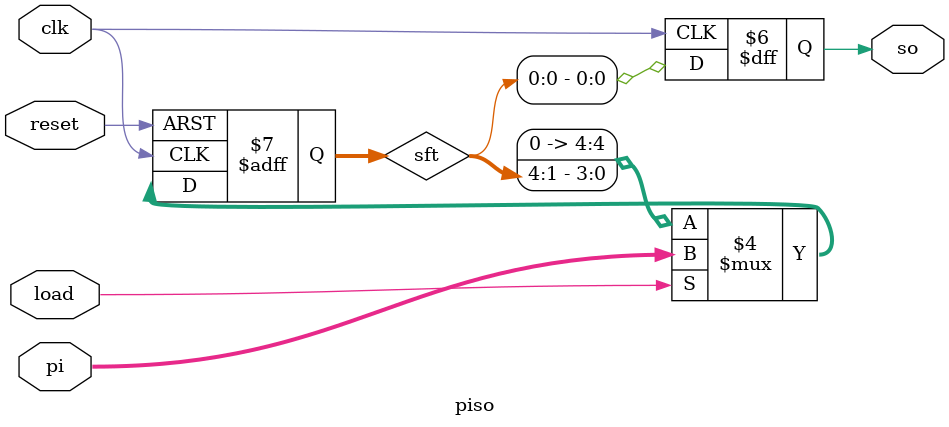
<source format=v>
module piso(
input clk,
input reset,
input load,
input [4:0]pi,
output reg so
);
reg [4:0]sft;
always @(posedge clk or posedge reset) begin
    if (reset) begin
        sft <= 5'b00000;
    end
    else if (load) begin
        sft <= pi;    
    end
    else begin
        sft <= {1'b0,sft[4:1]};
    end
end
always @(posedge clk) begin
    so <= sft[0] ;
end
endmodule

</source>
